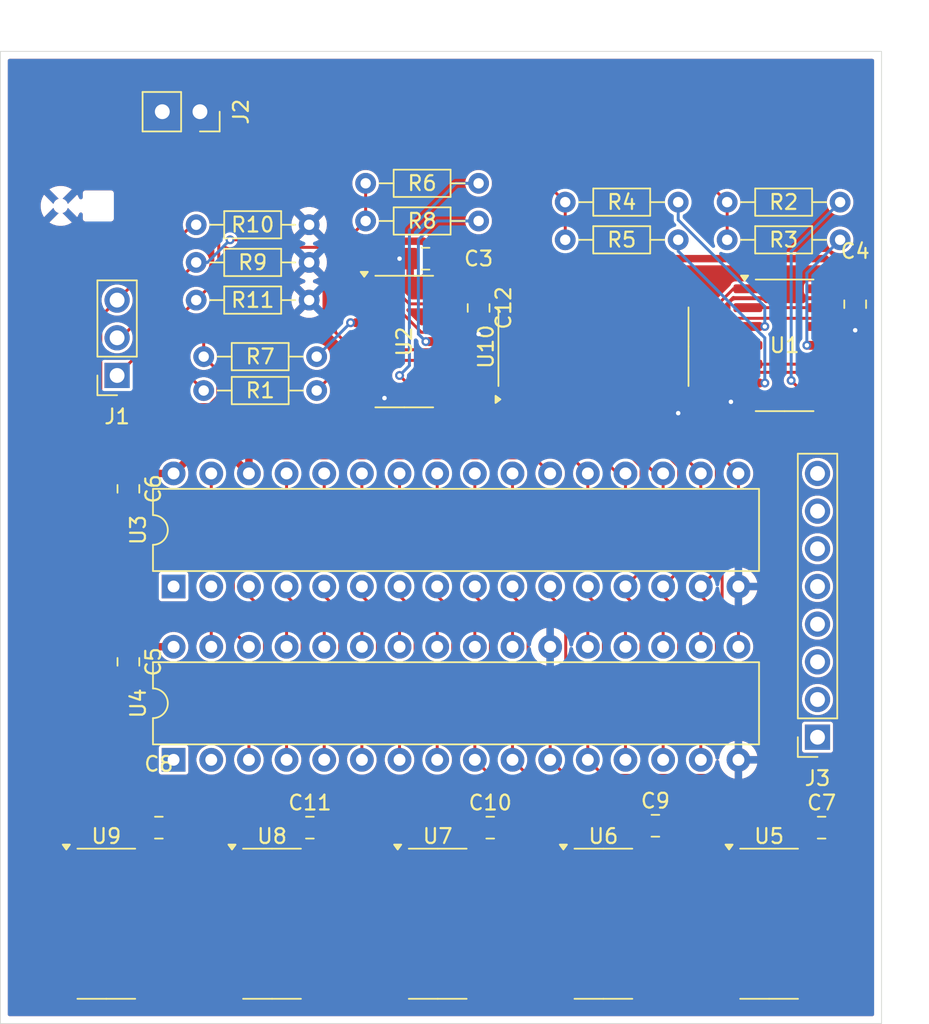
<source format=kicad_pcb>
(kicad_pcb (version 20241229) (generator "pcbnew") (generator_version "9.0")
  (layers (0 "F.Cu" signal) (2 "B.Cu" signal) (13 "F.Paste" user) (15 "B.Paste" user) (5 "F.SilkS" user "F.Silkscreen") (7 "B.SilkS" user "B.Silkscreen") (1 "F.Mask" user) (3 "B.Mask" user) (25 "Edge.Cuts" user))
  (net 0 "")
  (net 1 "GND")
  (net 2 "VCC")
  (net 3 "/G_OUT")
  (net 4 "/B_OUT")
  (net 5 "/R_OUT")
  (net 6 "Net-(R5-Pad1)")
  (net 7 "Net-(R6-Pad1)")
  (net 8 "Net-(R7-Pad1)")
  (net 9 "Net-(R8-Pad1)")
  (net 10 "/PD_1")
  (net 11 "/PD_0")
  (net 12 "/VA_EN")
  (net 13 "/PD_3")
  (net 14 "/PD_2")
  (net 15 "/PD_4")
  (net 16 "/PD_6")
  (net 17 "/PD_5")
  (net 18 "/PD_7")
  (net 21 "/A3")
  (net 22 "/A2")
  (net 23 "/A6")
  (net 24 "/A8")
  (net 25 "/A10")
  (net 26 "/A16")
  (net 27 "/A1")
  (net 28 "/A14")
  (net 29 "/A0")
  (net 30 "/~{OE}")
  (net 31 "/A15")
  (net 32 "/~{WE}")
  (net 33 "/A11")
  (net 34 "/A12")
  (net 35 "/A13")
  (net 36 "/A9")
  (net 37 "/A5")
  (net 38 "/A4")
  (net 39 "/A7")
  (net 42 "/CPU_A1")
  (net 43 "/CPU_A0")
  (net 44 "/DG_A0")
  (net 45 "/DG_A2")
  (net 46 "/CPU_A3")
  (net 47 "/CPU_A2")
  (net 48 "/DG_A3")
  (net 49 "/~{A_FRONT}")
  (net 50 "/DG_A1")
  (net 51 "/DG_A7")
  (net 52 "/DG_A4")
  (net 53 "/CPU_A4")
  (net 54 "/DG_A6")
  (net 55 "/CPU_A7")
  (net 56 "/DG_A5")
  (net 57 "/CPU_A6")
  (net 58 "/CPU_A5")
  (net 59 "/CPU_A11")
  (net 60 "/DG_A8")
  (net 61 "/DG_A11")
  (net 62 "/DG_A9")
  (net 63 "/CPU_A10")
  (net 64 "/DG_A10")
  (net 65 "/CPU_A8")
  (net 66 "/CPU_A9")
  (net 67 "/CPU_A13")
  (net 68 "/CPU_A12")
  (net 69 "/DG_A12")
  (net 70 "/DG_A14")
  (net 71 "/CPU_A14")
  (net 72 "/CPU_A15")
  (net 73 "/DG_A15")
  (net 74 "/DG_A13")
  (net 76 "/DG_A16")
  (net 79 "/CPU_A16")
  (net 80 "/PDB_1")
  (net 81 "/PDB_0")
  (net 82 "/PDB_3")
  (net 83 "/PDB_2")
  (net 84 "/PDB_4")
  (net 85 "/PDB_6")
  (net 86 "/PDB_5")
  (net 87 "/PDB_7")
  (net 88 "/~{PD_L}")
  (net 89 "Net-(R3-Pad1)")
  (net 90 "Net-(R2-Pad1)")
  (net 91 "Net-(R4-Pad1)")
  (net 92 "Net-(R1-Pad1)")
  (footprint "Capacitor_SMD:C_0805_2012Metric_Pad1.18x1.45mm_HandSolder" (layer "F.Cu") (at 86.4085 94.996)
    (property "Reference" "C11")
    (property "Value" "100nF")
  )
  (footprint "Package_SO:SO-16_3.9x9.9mm_P1.27mm" (layer "F.Cu") (at 95.031 101.473)
    (property "Reference" "U7")
    (property "Value" "74LS157")
  )
  (footprint "Capacitor_SMD:C_0805_2012Metric_Pad1.18x1.45mm_HandSolder" (layer "F.Cu") (at 74.168 72.1575 -90)
    (property "Reference" "C6")
    (property "Value" "100nF")
  )
  (footprint "Resistor_THT:R_Axial_DIN0204_L3.6mm_D1.6mm_P7.62mm_Horizontal" (layer "F.Cu") (at 97.79 54.102 180)
    (property "Reference" "R8")
    (property "Value" "R")
  )
  (footprint "Package_SO:SO-16_3.9x9.9mm_P1.27mm" (layer "F.Cu") (at 117.383 101.473)
    (property "Reference" "U5")
    (property "Value" "74LS157")
  )
  (footprint "Resistor_THT:R_Axial_DIN0204_L3.6mm_D1.6mm_P7.62mm_Horizontal" (layer "F.Cu") (at 111.252 52.832 180)
    (property "Reference" "R4")
    (property "Value" "R")
  )
  (footprint "Capacitor_SMD:C_0805_2012Metric_Pad1.18x1.45mm_HandSolder" (layer "F.Cu") (at 120.9255 94.996)
    (property "Reference" "C7")
    (property "Value" "100nF")
  )
  (footprint "Package_SO:SO-14_3.9x8.65mm_P1.27mm" (layer "F.Cu") (at 92.775 62.23)
    (property "Reference" "U2")
    (property "Value" "74LS08")
  )
  (footprint "Capacitor_SMD:C_0805_2012Metric_Pad1.18x1.45mm_HandSolder" (layer "F.Cu") (at 74.168 83.82 -90)
    (property "Reference" "C5")
    (property "Value" "100nF")
  )
  (footprint "Resistor_THT:R_Axial_DIN0204_L3.6mm_D1.6mm_P7.62mm_Horizontal" (layer "F.Cu") (at 86.868 63.246 180)
    (property "Reference" "R7")
    (property "Value" "R")
  )
  (footprint "Package_DIP:DIP-32_W7.62mm" (layer "F.Cu") (at 77.216 78.74 90)
    (property "Reference" "U3")
    (property "Value" "UM61512")
  )
  (footprint "Resistor_THT:R_Axial_DIN0204_L3.6mm_D1.6mm_P7.62mm_Horizontal" (layer "F.Cu") (at 86.36 59.436 180)
    (property "Reference" "R11")
    (property "Value" "R")
  )
  (footprint "Resistor_THT:R_Axial_DIN0204_L3.6mm_D1.6mm_P7.62mm_Horizontal" (layer "F.Cu") (at 97.79 51.562 180)
    (property "Reference" "R6")
    (property "Value" "R")
  )
  (footprint "Resistor_THT:R_Axial_DIN0204_L3.6mm_D1.6mm_P7.62mm_Horizontal" (layer "F.Cu") (at 111.252 55.372 180)
    (property "Reference" "R5")
    (property "Value" "R")
  )
  (footprint "Package_SO:SO-20_5.3x12.6mm_P1.27mm" (layer "F.Cu") (at 105.537 62.5775 90)
    (property "Reference" "U10")
    (property "Value" "74HCT574")
  )
  (footprint "Capacitor_SMD:C_0805_2012Metric_Pad1.18x1.45mm_HandSolder" (layer "F.Cu") (at 94.2125 56.642 180)
    (property "Reference" "C3")
    (property "Value" "100nF")
  )
  (footprint "Package_SO:SO-16_3.9x9.9mm_P1.27mm" (layer "F.Cu") (at 72.679 101.473)
    (property "Reference" "U9")
    (property "Value" "74LS157")
  )
  (footprint "Package_SO:SO-16_3.9x9.9mm_P1.27mm" (layer "F.Cu") (at 83.855 101.473)
    (property "Reference" "U8")
    (property "Value" "74LS157")
  )
  (footprint "Resistor_THT:R_Axial_DIN0204_L3.6mm_D1.6mm_P7.62mm_Horizontal" (layer "F.Cu") (at 122.174 52.832 180)
    (property "Reference" "R2")
    (property "Value" "R")
  )
  (footprint "Package_SO:SO-16_3.9x9.9mm_P1.27mm" (layer "F.Cu") (at 106.207 101.473)
    (property "Reference" "U6")
    (property "Value" "74LS157")
  )
  (footprint "Connector_PinSocket_2.54mm:PinSocket_1x08_P2.54mm_Vertical" (layer "F.Cu") (at 120.65 88.9 180)
    (property "Reference" "J3")
    (property "Value" "Conn_01x08_Socket")
  )
  (footprint "Capacitor_SMD:C_0805_2012Metric_Pad1.18x1.45mm_HandSolder" (layer "F.Cu") (at 109.7145 94.869)
    (property "Reference" "C9")
    (property "Value" "100nF")
  )
  (footprint "Package_DIP:DIP-32_W7.62mm" (layer "F.Cu") (at 77.216 90.424 90)
    (property "Reference" "U4")
    (property "Value" "UM61512")
  )
  (footprint "Connector_PinSocket_2.54mm:PinSocket_1x03_P2.54mm_Vertical" (layer "F.Cu") (at 73.406 64.516 180)
    (property "Reference" "J1")
    (property "Value" "Conn_01x03_Socket")
  )
  (footprint "Capacitor_SMD:C_0805_2012Metric_Pad1.18x1.45mm_HandSolder" (layer "F.Cu") (at 76.2215 94.996)
    (property "Reference" "C8")
    (property "Value" "100nF")
  )
  (footprint "Capacitor_SMD:C_0805_2012Metric_Pad1.18x1.45mm_HandSolder" (layer "F.Cu") (at 97.79 59.9655 -90)
    (property "Reference" "C12")
    (property "Value" "100nF")
  )
  (footprint "Connector_PinSocket_2.54mm:PinSocket_1x02_P2.54mm_Vertical" (layer "F.Cu") (at 78.994 46.736 -90)
    (property "Reference" "J2")
    (property "Value" "Conn_01x02_Socket")
  )
  (footprint "Package_SO:SO-14_3.9x8.65mm_P1.27mm" (layer "F.Cu") (at 118.429 62.484)
    (property "Reference" "U1")
    (property "Value" "74LS08")
  )
  (footprint "Capacitor_SMD:C_0805_2012Metric_Pad1.18x1.45mm_HandSolder" (layer "F.Cu") (at 123.19 59.7115 -90)
    (property "Reference" "C4")
    (property "Value" "100nF")
  )
  (footprint "Capacitor_SMD:C_0805_2012Metric_Pad1.18x1.45mm_HandSolder" (layer "F.Cu") (at 98.5735 94.996)
    (property "Reference" "C10")
    (property "Value" "100nF")
  )
  (footprint "Resistor_THT:R_Axial_DIN0204_L3.6mm_D1.6mm_P7.62mm_Horizontal" (layer "F.Cu") (at 86.36 56.896 180)
    (property "Reference" "R9")
    (property "Value" "R")
  )
  (footprint "Resistor_THT:R_Axial_DIN0204_L3.6mm_D1.6mm_P7.62mm_Horizontal" (layer "F.Cu") (at 86.36 54.356 180)
    (property "Reference" "R10")
    (property "Value" "R")
  )
  (footprint "Resistor_THT:R_Axial_DIN0204_L3.6mm_D1.6mm_P7.62mm_Horizontal" (layer "F.Cu") (at 122.174 55.372 180)
    (property "Reference" "R3")
    (property "Value" "R")
  )
  (footprint "Resistor_THT:R_Axial_DIN0204_L3.6mm_D1.6mm_P7.62mm_Horizontal" (layer "F.Cu") (at 86.868 65.532 180)
    (property "Reference" "R1")
    (property "Value" "R")
  )
  (gr_rect (start 65.532 42.672) (end 124.968 108.204) (stroke (width 0.05)) (fill no) (layer "Edge.Cuts"))
  (segment (start 90.3 66.04) (end 91.44 66.04) (width 0.5) (layer "F.Cu") (net 1))
  (segment (start 111.252 66.04) (end 111.252 67.056) (width 0.5) (layer "F.Cu") (net 1))
  (segment (start 115.954 66.294) (end 114.808 66.294) (width 0.5) (layer "F.Cu") (net 1))
  (segment (start 97.79 61.003) (end 97.79 61.722) (width 0.5) (layer "F.Cu") (net 1))
  (segment (start 123.19 60.749) (end 123.19 61.468) (width 0.5) (layer "F.Cu") (net 1))
  (via (at 111.252 67.056) (size 0.6) (drill 0.3) (layers "F.Cu" "B.Cu") (net 1))
  (via (at 123.19 61.468) (size 0.6) (drill 0.3) (layers "F.Cu" "B.Cu") (net 1))
  (via (at 92.456 56.642) (size 0.6) (drill 0.3) (layers "F.Cu" "B.Cu") (net 1))
  (via (at 114.808 66.294) (size 0.6) (drill 0.3) (layers "F.Cu" "B.Cu") (net 1))
  (via (at 97.79 61.722) (size 0.6) (drill 0.3) (layers "F.Cu" "B.Cu") (net 1))
  (via (at 91.44 66.04) (size 0.6) (drill 0.3) (layers "F.Cu" "B.Cu") (net 1))
  (segment (start 87.511 60.97524) (end 82.296 66.19024) (width 0.5) (layer "F.Cu") (net 2))
  (segment (start 123.19 58.674) (end 120.904 58.674) (width 0.5) (layer "F.Cu") (net 2))
  (segment (start 95.25 56.642) (end 97.79 56.642) (width 0.5) (layer "F.Cu") (net 2))
  (segment (start 121.158 56.642) (end 123.19 58.674) (width 0.5) (layer "F.Cu") (net 2))
  (segment (start 87.511 58.883512) (end 87.511 60.97524) (width 0.5) (layer "F.Cu") (net 2))
  (segment (start 97.79 58.928) (end 97.79 56.642) (width 0.5) (layer "F.Cu") (net 2))
  (segment (start 95.25 56.642) (end 94.074 55.466) (width 0.5) (layer "F.Cu") (net 2))
  (segment (start 82.296 71.12) (end 81.045 69.869) (width 0.5) (layer "F.Cu") (net 2))
  (segment (start 95.25 56.642) (end 95.25 58.42) (width 0.5) (layer "F.Cu") (net 2))
  (segment (start 99.635 58.928) (end 99.822 59.115) (width 0.5) (layer "F.Cu") (net 2))
  (segment (start 74.1895 82.804) (end 74.168 82.7825) (width 0.5) (layer "F.Cu") (net 2))
  (segment (start 78.467 69.869) (end 77.216 71.12) (width 0.5) (layer "F.Cu") (net 2))
  (segment (start 90.928512 55.466) (end 87.511 58.883512) (width 0.5) (layer "F.Cu") (net 2))
  (segment (start 97.79 58.928) (end 99.635 58.928) (width 0.5) (layer "F.Cu") (net 2))
  (segment (start 81.045 69.869) (end 78.467 69.869) (width 0.5) (layer "F.Cu") (net 2))
  (segment (start 94.074 55.466) (end 90.928512 55.466) (width 0.5) (layer "F.Cu") (net 2))
  (segment (start 97.79 56.642) (end 121.158 56.642) (width 0.5) (layer "F.Cu") (net 2))
  (segment (start 77.216 71.12) (end 74.168 71.12) (width 0.5) (layer "F.Cu") (net 2))
  (segment (start 82.296 66.19024) (end 82.296 71.12) (width 0.5) (layer "F.Cu") (net 2))
  (segment (start 77.216 82.804) (end 74.1895 82.804) (width 0.5) (layer "F.Cu") (net 2))
  (segment (start 81.026 55.372) (end 82.55 55.372) (width 0.2) (layer "F.Cu") (net 3))
  (segment (start 100.584 49.784) (end 103.632 52.832) (width 0.2) (layer "F.Cu") (net 3))
  (segment (start 88.138 49.784) (end 100.584 49.784) (width 0.2) (layer "F.Cu") (net 3))
  (segment (start 82.55 55.372) (end 88.138 49.784) (width 0.2) (layer "F.Cu") (net 3))
  (segment (start 78.74 56.896) (end 73.66 61.976) (width 0.2) (layer "F.Cu") (net 3))
  (segment (start 103.632 52.832) (end 103.632 55.372) (width 0.2) (layer "F.Cu") (net 3))
  (segment (start 73.66 61.976) (end 73.406 61.976) (width 0.2) (layer "F.Cu") (net 3))
  (via (at 81.026 55.372) (size 0.6) (drill 0.3) (layers "F.Cu" "B.Cu") (net 3))
  (segment (start 81.026 55.372) (end 79.502 56.896) (width 0.2) (layer "B.Cu") (net 3))
  (segment (start 79.502 56.896) (end 78.74 56.896) (width 0.2) (layer "B.Cu") (net 3))
  (segment (start 73.406 64.516) (end 74.422 63.5) (width 0.2) (layer "F.Cu") (net 4))
  (segment (start 77.216 63.5) (end 77.216 60.96) (width 0.2) (layer "F.Cu") (net 4))
  (segment (start 114.554 52.832) (end 110.744 49.022) (width 0.2) (layer "F.Cu") (net 4))
  (segment (start 80.264 53.086) (end 80.264 57.912) (width 0.2) (layer "F.Cu") (net 4))
  (segment (start 77.216 60.96) (end 78.74 59.436) (width 0.2) (layer "F.Cu") (net 4))
  (segment (start 110.744 49.022) (end 84.328 49.022) (width 0.2) (layer "F.Cu") (net 4))
  (segment (start 74.422 63.5) (end 77.216 63.5) (width 0.2) (layer "F.Cu") (net 4))
  (segment (start 79.248 65.532) (end 77.216 63.5) (width 0.2) (layer "F.Cu") (net 4))
  (segment (start 80.264 57.912) (end 78.74 59.436) (width 0.2) (layer "F.Cu") (net 4))
  (segment (start 114.554 52.832) (end 114.554 55.372) (width 0.2) (layer "F.Cu") (net 4))
  (segment (start 84.328 49.022) (end 80.264 53.086) (width 0.2) (layer "F.Cu") (net 4))
  (segment (start 73.406 59.436) (end 78.486 54.356) (width 0.2) (layer "F.Cu") (net 5))
  (segment (start 80.199 64.197) (end 80.199 65.925918) (width 0.2) (layer "F.Cu") (net 5))
  (segment (start 73.171 66.483) (end 72.305 65.617) (width 0.2) (layer "F.Cu") (net 5))
  (segment (start 79.641918 66.483) (end 73.171 66.483) (width 0.2) (layer "F.Cu") (net 5))
  (segment (start 88.392 55.88) (end 90.17 54.102) (width 0.2) (layer "F.Cu") (net 5))
  (segment (start 80.199 65.925918) (end 79.641918 66.483) (width 0.2) (layer "F.Cu") (net 5))
  (segment (start 79.248 63.246) (end 79.248 61.722) (width 0.2) (layer "F.Cu") (net 5))
  (segment (start 85.09 55.88) (end 88.392 55.88) (width 0.2) (layer "F.Cu") (net 5))
  (segment (start 72.305 65.617) (end 72.305 60.537) (width 0.2) (layer "F.Cu") (net 5))
  (segment (start 72.305 60.537) (end 73.406 59.436) (width 0.2) (layer "F.Cu") (net 5))
  (segment (start 90.17 54.102) (end 90.17 51.562) (width 0.2) (layer "F.Cu") (net 5))
  (segment (start 79.248 63.246) (end 80.199 64.197) (width 0.2) (layer "F.Cu") (net 5))
  (segment (start 78.486 54.356) (end 78.74 54.356) (width 0.2) (layer "F.Cu") (net 5))
  (segment (start 79.248 61.722) (end 85.09 55.88) (width 0.2) (layer "F.Cu") (net 5))
  (segment (start 117.094 65.024) (end 115.954 65.024) (width 0.2) (layer "F.Cu") (net 6))
  (via (at 117.094 65.024) (size 0.6) (drill 0.3) (layers "F.Cu" "B.Cu") (net 6))
  (segment (start 111.252 55.372) (end 111.252 56.134) (width 0.2) (layer "B.Cu") (net 6))
  (segment (start 111.252 56.134) (end 116.543 61.425) (width 0.2) (layer "B.Cu") (net 6))
  (segment (start 117.094 61.976) (end 117.094 65.024) (width 0.2) (layer "B.Cu") (net 6))
  (segment (start 116.865768 61.765) (end 116.883 61.765) (width 0.2) (layer "B.Cu") (net 6))
  (segment (start 116.543 61.425) (end 116.543 61.442232) (width 0.2) (layer "B.Cu") (net 6))
  (segment (start 116.883 61.765) (end 117.094 61.976) (width 0.2) (layer "B.Cu") (net 6))
  (segment (start 116.543 61.442232) (end 116.865768 61.765) (width 0.2) (layer "B.Cu") (net 6))
  (segment (start 93.98 66.04) (end 92.456 64.516) (width 0.2) (layer "F.Cu") (net 7))
  (segment (start 95.25 66.04) (end 93.98 66.04) (width 0.2) (layer "F.Cu") (net 7))
  (via (at 92.456 64.516) (size 0.6) (drill 0.3) (layers "F.Cu" "B.Cu") (net 7))
  (segment (start 93.121 54.707) (end 96.266 51.562) (width 0.2) (layer "B.Cu") (net 7))
  (segment (start 96.266 51.562) (end 97.79 51.562) (width 0.2) (layer "B.Cu") (net 7))
  (segment (start 92.456 64.516) (end 93.121 63.851) (width 0.2) (layer "B.Cu") (net 7))
  (segment (start 93.121 63.851) (end 93.121 54.707) (width 0.2) (layer "B.Cu") (net 7))
  (segment (start 90.3 60.96) (end 89.154 60.96) (width 0.2) (layer "F.Cu") (net 8))
  (via (at 89.154 60.96) (size 0.6) (drill 0.3) (layers "F.Cu" "B.Cu") (net 8))
  (segment (start 89.154 60.96) (end 86.868 63.246) (width 0.2) (layer "B.Cu") (net 8))
  (segment (start 95.25 62.23) (end 94.234 62.23) (width 0.2) (layer "F.Cu") (net 9))
  (via (at 94.234 62.23) (size 0.6) (drill 0.3) (layers "F.Cu" "B.Cu") (net 9))
  (segment (start 94.996 54.102) (end 97.79 54.102) (width 0.2) (layer "B.Cu") (net 9))
  (segment (start 94.234 62.23) (end 93.726 61.722) (width 0.2) (layer "B.Cu") (net 9))
  (segment (start 93.726 61.722) (end 93.726 55.372) (width 0.2) (layer "B.Cu") (net 9))
  (segment (start 93.726 55.372) (end 94.996 54.102) (width 0.2) (layer "B.Cu") (net 9))
  (segment (start 110.236 78.74) (end 110.236 79.367491) (width 0.2) (layer "F.Cu") (net 10))
  (segment (start 111.287 80.418491) (end 111.287 83.82) (width 0.2) (layer "F.Cu") (net 10))
  (segment (start 106.172 66.04) (end 106.172 66.328756) (width 0.2) (layer "F.Cu") (net 10))
  (segment (start 109.690339 69.088) (end 111.287 70.684661) (width 0.2) (layer "F.Cu") (net 10))
  (segment (start 110.236 79.367491) (end 111.287 80.418491) (width 0.2) (layer "F.Cu") (net 10))
  (segment (start 111.287 83.82) (end 110.236 84.871) (width 0.2) (layer "F.Cu") (net 10))
  (segment (start 106.172 66.328756) (end 108.931244 69.088) (width 0.2) (layer "F.Cu") (net 10))
  (segment (start 111.287 77.689) (end 110.236 78.74) (width 0.2) (layer "F.Cu") (net 10))
  (segment (start 108.931244 69.088) (end 109.690339 69.088) (width 0.2) (layer "F.Cu") (net 10))
  (segment (start 110.236 84.871) (end 110.236 90.424) (width 0.2) (layer "F.Cu") (net 10))
  (segment (start 111.287 70.684661) (end 111.287 77.689) (width 0.2) (layer "F.Cu") (net 10))
  (segment (start 108.747 80.418491) (end 108.747 83.82) (width 0.2) (layer "F.Cu") (net 11))
  (segment (start 103.632 66.04) (end 103.632 67.027499) (width 0.2) (layer "F.Cu") (net 11))
  (segment (start 108.747 77.689) (end 107.696 78.74) (width 0.2) (layer "F.Cu") (net 11))
  (segment (start 108.747 70.684661) (end 108.747 77.689) (width 0.2) (layer "F.Cu") (net 11))
  (segment (start 104.168501 67.564) (end 105.626339 67.564) (width 0.2) (layer "F.Cu") (net 11))
  (segment (start 105.626339 67.564) (end 108.747 70.684661) (width 0.2) (layer "F.Cu") (net 11))
  (segment (start 107.696 84.871) (end 107.696 90.424) (width 0.2) (layer "F.Cu") (net 11))
  (segment (start 108.747 83.82) (end 107.696 84.871) (width 0.2) (layer "F.Cu") (net 11))
  (segment (start 103.632 67.027499) (end 104.168501 67.564) (width 0.2) (layer "F.Cu") (net 11))
  (segment (start 107.696 78.74) (end 107.696 79.367491) (width 0.2) (layer "F.Cu") (net 11))
  (segment (start 107.696 79.367491) (end 108.747 80.418491) (width 0.2) (layer "F.Cu") (net 11))
  (segment (start 110.743539 63.902071) (end 97.664185 63.902071) (width 0.2) (layer "F.Cu") (net 12))
  (segment (start 90.023744 63.5) (end 90.3 63.5) (width 0.2) (layer "F.Cu") (net 12))
  (segment (start 88.138 61.614256) (end 90.023744 63.5) (width 0.2) (layer "F.Cu") (net 12))
  (segment (start 122.13 60.893744) (end 121.180256 59.944) (width 0.2) (layer "F.Cu") (net 12))
  (segment (start 89.074 59.438999) (end 89.325001 59.69) (width 0.2) (layer "F.Cu") (net 12))
  (segment (start 89.304744 57.869) (end 89.074 58.099744) (width 0.2) (layer "F.Cu") (net 12))
  (segment (start 122.13 63.036) (end 122.13 60.893744) (width 0.2) (layer "F.Cu") (net 12))
  (segment (start 120.904 63.754) (end 121.412 63.754) (width 0.2) (layer "F.Cu") (net 12))
  (segment (start 122.13 64.005001) (end 122.13 66.758) (width 0.2) (layer "F.Cu") (net 12))
  (segment (start 121.180256 59.944) (end 120.904 59.944) (width 0.2) (layer "F.Cu") (net 12))
  (segment (start 122.13 66.758) (end 121.993 66.895) (width 0.2) (layer "F.Cu") (net 12))
  (segment (start 120.904 63.754) (end 121.878999 63.754) (width 0.2) (layer "F.Cu") (net 12))
  (segment (start 96.245256 65.321) (end 94.254744 65.321) (width 0.2) (layer "F.Cu") (net 12))
  (segment (start 90.3 63.5) (end 95.25 63.5) (width 0.2) (layer "F.Cu") (net 12))
  (segment (start 94.234 63.5) (end 95.25 63.5) (width 0.2) (layer "F.Cu") (net 12))
  (segment (start 121.412 63.754) (end 122.13 63.036) (width 0.2) (layer "F.Cu") (net 12))
  (segment (start 93.116256 59.69) (end 91.295256 57.869) (width 0.2) (layer "F.Cu") (net 12))
  (segment (start 94.254744 65.321) (end 94.024 65.090256) (width 0.2) (layer "F.Cu") (net 12))
  (segment (start 89.325001 59.69) (end 90.3 59.69) (width 0.2) (layer "F.Cu") (net 12))
  (segment (start 89.074 58.099744) (end 89.074 59.438999) (width 0.2) (layer "F.Cu") (net 12))
  (segment (start 121.993 66.895) (end 113.736468 66.895) (width 0.2) (layer "F.Cu") (net 12))
  (segment (start 94.024 63.71) (end 94.234 63.5) (width 0.2) (layer "F.Cu") (net 12))
  (segment (start 121.878999 63.754) (end 122.13 64.005001) (width 0.2) (layer "F.Cu") (net 12))
  (segment (start 94.024 65.090256) (end 94.024 63.71) (width 0.2) (layer "F.Cu") (net 12))
  (segment (start 113.736468 66.895) (end 110.743539 63.902071) (width 0.2) (layer "F.Cu") (net 12))
  (segment (start 120.904 59.944) (end 115.954 59.944) (width 0.2) (layer "F.Cu") (net 12))
  (segment (start 89.154 59.69) (end 88.138 60.706) (width 0.2) (layer "F.Cu") (net 12))
  (segment (start 115.954 63.754) (end 120.904 63.754) (width 0.2) (layer "F.Cu") (net 12))
  (segment (start 88.138 60.706) (end 88.138 61.614256) (width 0.2) (layer "F.Cu") (net 12))
  (segment (start 90.3 59.69) (end 89.154 59.69) (width 0.2) (layer "F.Cu") (net 12))
  (segment (start 95.25 59.69) (end 93.116256 59.69) (width 0.2) (layer "F.Cu") (net 12))
  (segment (start 91.295256 57.869) (end 89.304744 57.869) (width 0.2) (layer "F.Cu") (net 12))
  (segment (start 97.664185 63.902071) (end 96.245256 65.321) (width 0.2) (layer "F.Cu") (net 12))
  (segment (start 115.316 80.772) (end 115.316 82.804) (width 0.2) (layer "F.Cu") (net 13))
  (segment (start 114.215 79.671) (end 115.316 80.772) (width 0.2) (layer "F.Cu") (net 13))
  (segment (start 110.772501 67.818) (end 112.014 67.818) (width 0.2) (layer "F.Cu") (net 13))
  (segment (start 109.982 67.027499) (end 110.772501 67.818) (width 0.2) (layer "F.Cu") (net 13))
  (segment (start 115.316 71.12) (end 115.316 76.708) (width 0.2) (layer "F.Cu") (net 13))
  (segment (start 115.316 76.708) (end 114.215 77.809) (width 0.2) (layer "F.Cu") (net 13))
  (segment (start 109.982 66.04) (end 109.982 67.027499) (width 0.2) (layer "F.Cu") (net 13))
  (segment (start 112.014 67.818) (end 115.316 71.12) (width 0.2) (layer "F.Cu") (net 13))
  (segment (start 114.215 77.809) (end 114.215 79.671) (width 0.2) (layer "F.Cu") (net 13))
  (segment (start 108.712 66.04) (end 108.712 67.671661) (width 0.2) (layer "F.Cu") (net 14))
  (segment (start 108.712 67.671661) (end 109.366339 68.326) (width 0.2) (layer "F.Cu") (net 14))
  (segment (start 113.827 80.418491) (end 113.827 83.82) (width 0.2) (layer "F.Cu") (net 14))
  (segment (start 112.776 84.871) (end 112.776 90.424) (width 0.2) (layer "F.Cu") (net 14))
  (segment (start 109.366339 68.326) (end 111.506 68.326) (width 0.2) (layer "F.Cu") (net 14))
  (segment (start 113.827 77.689) (end 112.776 78.74) (width 0.2) (layer "F.Cu") (net 14))
  (segment (start 112.776 79.367491) (end 113.827 80.418491) (width 0.2) (layer "F.Cu") (net 14))
  (segment (start 113.827 70.647) (end 113.827 77.689) (width 0.2) (layer "F.Cu") (net 14))
  (segment (start 113.827 83.82) (end 112.776 84.871) (width 0.2) (layer "F.Cu") (net 14))
  (segment (start 112.776 78.74) (end 112.776 79.367491) (width 0.2) (layer "F.Cu") (net 14))
  (segment (start 111.506 68.326) (end 113.827 70.647) (width 0.2) (layer "F.Cu") (net 14))
  (segment (start 111.675 79.671) (end 112.776 80.772) (width 0.2) (layer "F.Cu") (net 15))
  (segment (start 109.22095 68.677) (end 107.442 66.89805) (width 0.2) (layer "F.Cu") (net 15))
  (segment (start 111.675 77.809) (end 111.675 79.671) (width 0.2) (layer "F.Cu") (net 15))
  (segment (start 112.776 71.12) (end 110.333 68.677) (width 0.2) (layer "F.Cu") (net 15))
  (segment (start 112.776 71.12) (end 112.776 76.708) (width 0.2) (layer "F.Cu") (net 15))
  (segment (start 112.776 76.708) (end 111.675 77.809) (width 0.2) (layer "F.Cu") (net 15))
  (segment (start 107.442 66.89805) (end 107.442 66.04) (width 0.2) (layer "F.Cu") (net 15))
  (segment (start 112.776 80.772) (end 112.776 82.804) (width 0.2) (layer "F.Cu") (net 15))
  (segment (start 110.333 68.677) (end 109.22095 68.677) (width 0.2) (layer "F.Cu") (net 15))
  (segment (start 107.696 80.772) (end 107.696 82.804) (width 0.2) (layer "F.Cu") (net 16))
  (segment (start 106.595 77.809) (end 106.595 79.671) (width 0.2) (layer "F.Cu") (net 16))
  (segment (start 107.153244 71.12) (end 102.362 66.328756) (width 0.2) (layer "F.Cu") (net 16))
  (segment (start 107.696 76.708) (end 106.595 77.809) (width 0.2) (layer "F.Cu") (net 16))
  (segment (start 106.595 79.671) (end 107.696 80.772) (width 0.2) (layer "F.Cu") (net 16))
  (segment (start 107.696 71.12) (end 107.696 76.708) (width 0.2) (layer "F.Cu") (net 16))
  (segment (start 102.362 66.328756) (end 102.362 66.04) (width 0.2) (layer "F.Cu") (net 16))
  (segment (start 107.696 71.12) (end 107.153244 71.12) (width 0.2) (layer "F.Cu") (net 16))
  (segment (start 104.902 66.328756) (end 104.902 66.04) (width 0.2) (layer "F.Cu") (net 17))
  (segment (start 110.236 80.772) (end 110.236 82.804) (width 0.2) (layer "F.Cu") (net 17))
  (segment (start 110.236 76.708) (end 109.135 77.809) (width 0.2) (layer "F.Cu") (net 17))
  (segment (start 110.236 71.12) (end 109.693244 71.12) (width 0.2) (layer "F.Cu") (net 17))
  (segment (start 110.236 71.12) (end 110.236 76.708) (width 0.2) (layer "F.Cu") (net 17))
  (segment (start 109.693244 71.12) (end 104.902 66.328756) (width 0.2) (layer "F.Cu") (net 17))
  (segment (start 109.135 77.809) (end 109.135 79.671) (width 0.2) (layer "F.Cu") (net 17))
  (segment (start 109.135 79.671) (end 110.236 80.772) (width 0.2) (layer "F.Cu") (net 17))
  (segment (start 105.156 71.12) (end 105.156 76.708) (width 0.2) (layer "F.Cu") (net 18))
  (segment (start 101.092 67.056) (end 105.156 71.12) (width 0.2) (layer "F.Cu") (net 18))
  (segment (start 104.055 77.809) (end 104.055 79.671) (width 0.2) (layer "F.Cu") (net 18))
  (segment (start 105.156 76.708) (end 104.055 77.809) (width 0.2) (layer "F.Cu") (net 18))
  (segment (start 105.156 80.772) (end 105.156 82.804) (width 0.2) (layer "F.Cu") (net 18))
  (segment (start 104.055 79.671) (end 105.156 80.772) (width 0.2) (layer "F.Cu") (net 18))
  (segment (start 101.092 66.04) (end 101.092 67.056) (width 0.2) (layer "F.Cu") (net 18))
  (segment (start 116.84 97.028) (end 116.84 99.680999) (width 0.2) (layer "F.Cu") (net 21))
  (segment (start 99.822 92.71) (end 112.522 92.71) (width 0.2) (layer "F.Cu") (net 21))
  (segment (start 98.587 80.418491) (end 98.587 83.82) (width 0.2) (layer "F.Cu") (net 21))
  (segment (start 97.536 78.74) (end 97.536 79.367491) (width 0.2) (layer "F.Cu") (net 21))
  (segment (start 98.587 83.82) (end 97.536 84.871) (width 0.2) (layer "F.Cu") (net 21))
  (segment (start 97.536 90.424) (end 99.822 92.71) (width 0.2) (layer "F.Cu") (net 21))
  (segment (start 116.84 99.680999) (end 115.682999 100.838) (width 0.2) (layer "F.Cu") (net 21))
  (segment (start 97.536 79.367491) (end 98.587 80.418491) (width 0.2) (layer "F.Cu") (net 21))
  (segment (start 97.536 84.871) (end 97.536 90.424) (width 0.2) (layer "F.Cu") (net 21))
  (segment (start 112.522 92.71) (end 116.84 97.028) (width 0.2) (layer "F.Cu") (net 21))
  (segment (start 115.682999 100.838) (end 114.808 100.838) (width 0.2) (layer "F.Cu") (net 21))
  (segment (start 101.127 80.418491) (end 101.127 83.82) (width 0.2) (layer "F.Cu") (net 22))
  (segment (start 100.076 90.424) (end 101.854 92.202) (width 0.2) (layer "F.Cu") (net 22))
  (segment (start 101.854 92.202) (end 112.522 92.202) (width 0.2) (layer "F.Cu") (net 22))
  (segment (start 115.316 104.14) (end 114.808 104.648) (width 0.2) (layer "F.Cu") (net 22))
  (segment (start 101.127 83.82) (end 100.076 84.871) (width 0.2) (layer "F.Cu") (net 22))
  (segment (start 100.076 84.871) (end 100.076 90.424) (width 0.2) (layer "F.Cu") (net 22))
  (segment (start 100.076 78.74) (end 100.076 79.367491) (width 0.2) (layer "F.Cu") (net 22))
  (segment (start 112.522 92.202) (end 117.348 97.028) (width 0.2) (layer "F.Cu") (net 22))
  (segment (start 115.824 104.14) (end 115.316 104.14) (width 0.2) (layer "F.Cu") (net 22))
  (segment (start 117.348 102.616) (end 115.824 104.14) (width 0.2) (layer "F.Cu") (net 22))
  (segment (start 117.348 97.028) (end 117.348 102.616) (width 0.2) (layer "F.Cu") (net 22))
  (segment (start 100.076 79.367491) (end 101.127 80.418491) (width 0.2) (layer "F.Cu") (net 22))
  (segment (start 89.916 79.367491) (end 90.967 80.418491) (width 0.2) (layer "F.Cu") (net 23))
  (segment (start 89.916 84.871) (end 89.916 90.424) (width 0.2) (layer "F.Cu") (net 23))
  (segment (start 89.916 78.74) (end 89.916 79.367491) (width 0.2) (layer "F.Cu") (net 23))
  (segment (start 90.967 80.418491) (end 90.967 83.82) (width 0.2) (layer "F.Cu") (net 23))
  (segment (start 90.967 83.82) (end 89.916 84.871) (width 0.2) (layer "F.Cu") (net 23))
  (segment (start 89.916 80.772) (end 89.916 82.804) (width 0.2) (layer "F.Cu") (net 24))
  (segment (start 89.916 71.12) (end 89.916 76.708) (width 0.2) (layer "F.Cu") (net 24))
  (segment (start 89.916 76.708) (end 88.815 77.809) (width 0.2) (layer "F.Cu") (net 24))
  (segment (start 88.815 79.671) (end 89.916 80.772) (width 0.2) (layer "F.Cu") (net 24))
  (segment (start 88.815 77.809) (end 88.815 79.671) (width 0.2) (layer "F.Cu") (net 24))
  (segment (start 98.975 77.809) (end 98.975 79.671) (width 0.2) (layer "F.Cu") (net 25))
  (segment (start 98.975 79.671) (end 100.076 80.772) (width 0.2) (layer "F.Cu") (net 25))
  (segment (start 100.076 80.772) (end 100.076 82.804) (width 0.2) (layer "F.Cu") (net 25))
  (segment (start 100.076 76.708) (end 98.975 77.809) (width 0.2) (layer "F.Cu") (net 25))
  (segment (start 100.076 71.12) (end 100.076 76.708) (width 0.2) (layer "F.Cu") (net 25))
  (segment (start 102.616 71.12) (end 101.565 70.069) (width 0.2) (layer "F.Cu") (net 26))
  (segment (start 83.397 76.115) (end 81.245 78.267) (width 0.2) (layer "F.Cu") (net 26))
  (segment (start 81.245 78.267) (end 81.245 81.753) (width 0.2) (layer "F.Cu") (net 26))
  (segment (start 81.245 81.753) (end 82.296 82.804) (width 0.2) (layer "F.Cu") (net 26))
  (segment (start 101.565 70.069) (end 84.194 70.069) (width 0.2) (layer "F.Cu") (net 26))
  (segment (start 83.397 70.866) (end 83.397 76.115) (width 0.2) (layer "F.Cu") (net 26))
  (segment (start 84.194 70.069) (end 83.397 70.866) (width 0.2) (layer "F.Cu") (net 26))
  (segment (start 119.958 105.918) (end 119.083001 105.918) (width 0.2) (layer "F.Cu") (net 27))
  (segment (start 102.616 79.367491) (end 103.667 80.418491) (width 0.2) (layer "F.Cu") (net 27))
  (segment (start 118.013 96.919388) (end 112.919612 91.826) (width 0.2) (layer "F.Cu") (net 27))
  (segment (start 118.013 104.847999) (end 118.013 96.919388) (width 0.2) (layer "F.Cu") (net 27))
  (segment (start 102.616 84.871) (end 102.616 90.424) (width 0.2) (layer "F.Cu") (net 27))
  (segment (start 103.667 80.418491) (end 103.667 83.82) (width 0.2) (layer "F.Cu") (net 27))
  (segment (start 104.018 91.826) (end 102.616 90.424) (width 0.2) (layer "F.Cu") (net 27))
  (segment (start 103.667 83.82) (end 102.616 84.871) (width 0.2) (layer "F.Cu") (net 27))
  (segment (start 119.083001 105.918) (end 118.013 104.847999) (width 0.2) (layer "F.Cu") (net 27))
  (segment (start 112.919612 91.826) (end 104.018 91.826) (width 0.2) (layer "F.Cu") (net 27))
  (segment (start 102.616 78.74) (end 102.616 79.367491) (width 0.2) (layer "F.Cu") (net 27))
  (segment (start 83.347 80.418491) (end 83.347 83.82) (width 0.2) (layer "F.Cu") (net 28))
  (segment (start 82.296 78.74) (end 82.296 79.367491) (width 0.2) (layer "F.Cu") (net 28))
  (segment (start 83.347 83.82) (end 82.296 84.871) (width 0.2) (layer "F.Cu") (net 28))
  (segment (start 82.296 84.871) (end 82.296 90.424) (width 0.2) (layer "F.Cu") (net 28))
  (segment (start 82.296 79.367491) (end 83.347 80.418491) (width 0.2) (layer "F.Cu") (net 28))
  (segment (start 118.364 96.774) (end 113.065 91.475) (width 0.2) (layer "F.Cu") (net 29))
  (segment (start 119.423744 102.108) (end 118.364 101.048256) (width 0.2) (layer "F.Cu") (net 29))
  (segment (start 106.207 80.418491) (end 106.207 83.82) (width 0.2) (layer "F.Cu") (net 29))
  (segment (start 106.207 91.475) (end 105.156 90.424) (width 0.2) (layer "F.Cu") (net 29))
  (segment (start 106.207 83.82) (end 105.156 84.871) (width 0.2) (layer "F.Cu") (net 29))
  (segment (start 118.364 101.048256) (end 118.364 96.774) (width 0.2) (layer "F.Cu") (net 29))
  (segment (start 119.958 102.108) (end 119.423744 102.108) (width 0.2) (layer "F.Cu") (net 29))
  (segment (start 105.156 78.74) (end 105.156 79.367491) (width 0.2) (layer "F.Cu") (net 29))
  (segment (start 105.156 79.367491) (end 106.207 80.418491) (width 0.2) (layer "F.Cu") (net 29))
  (segment (start 105.156 84.871) (end 105.156 90.424) (width 0.2) (layer "F.Cu") (net 29))
  (segment (start 113.065 91.475) (end 106.207 91.475) (width 0.2) (layer "F.Cu") (net 29))
  (segment (start 97.536 80.772) (end 97.536 82.804) (width 0.2) (layer "F.Cu") (net 30))
  (segment (start 97.536 76.708) (end 96.435 77.809) (width 0.2) (layer "F.Cu") (net 30))
  (segment (start 96.435 77.809) (end 96.435 79.671) (width 0.2) (layer "F.Cu") (net 30))
  (segment (start 97.536 71.12) (end 97.536 76.708) (width 0.2) (layer "F.Cu") (net 30))
  (segment (start 96.435 79.671) (end 97.536 80.772) (width 0.2) (layer "F.Cu") (net 30))
  (segment (start 79.756 81.28) (end 79.756 83.312) (width 0.2) (layer "F.Cu") (net 31))
  (segment (start 79.756 77.216) (end 78.655 78.317) (width 0.2) (layer "F.Cu") (net 31))
  (segment (start 78.655 80.179) (end 79.756 81.28) (width 0.2) (layer "F.Cu") (net 31))
  (segment (start 79.756 71.628) (end 79.756 77.216) (width 0.2) (layer "F.Cu") (net 31))
  (segment (start 78.655 78.317) (end 78.655 80.179) (width 0.2) (layer "F.Cu") (net 31))
  (segment (start 84.836 76.708) (end 83.735 77.809) (width 0.2) (layer "F.Cu") (net 32))
  (segment (start 84.836 80.772) (end 84.836 82.804) (width 0.2) (layer "F.Cu") (net 32))
  (segment (start 83.735 77.809) (end 83.735 79.671) (width 0.2) (layer "F.Cu") (net 32))
  (segment (start 84.836 71.12) (end 84.836 76.708) (width 0.2) (layer "F.Cu") (net 32))
  (segment (start 83.735 79.671) (end 84.836 80.772) (width 0.2) (layer "F.Cu") (net 32))
  (segment (start 94.996 80.772) (end 94.996 82.804) (width 0.2) (layer "F.Cu") (net 33))
  (segment (start 94.996 76.708) (end 93.895 77.809) (width 0.2) (layer "F.Cu") (net 33))
  (segment (start 94.996 71.12) (end 94.996 76.708) (width 0.2) (layer "F.Cu") (net 33))
  (segment (start 93.895 77.809) (end 93.895 79.671) (width 0.2) (layer "F.Cu") (net 33))
  (segment (start 93.895 79.671) (end 94.996 80.772) (width 0.2) (layer "F.Cu") (net 33))
  (segment (start 84.836 78.74) (end 84.836 79.367491) (width 0.2) (layer "F.Cu") (net 34))
  (segment (start 84.836 84.871) (end 84.836 90.424) (width 0.2) (layer "F.Cu") (net 34))
  (segment (start 84.836 79.367491) (end 85.887 80.418491) (width 0.2) (layer "F.Cu") (net 34))
  (segment (start 85.887 80.418491) (end 85.887 83.82) (width 0.2) (layer "F.Cu") (net 34))
  (segment (start 85.887 83.82) (end 84.836 84.871) (width 0.2) (layer "F.Cu") (net 34))
  (segment (start 86.275 77.809) (end 86.275 79.671) (width 0.2) (layer "F.Cu") (net 35))
  (segment (start 86.275 79.671) (end 87.376 80.772) (width 0.2) (layer "F.Cu") (net 35))
  (segment (start 87.376 71.12) (end 87.376 76.708) (width 0.2) (layer "F.Cu") (net 35))
  (segment (start 87.376 76.708) (end 86.275 77.809) (width 0.2) (layer "F.Cu") (net 35))
  (segment (start 87.376 80.772) (end 87.376 82.804) (width 0.2) (layer "F.Cu") (net 35))
  (segment (start 91.355 77.809) (end 91.355 79.671) (width 0.2) (layer "F.Cu") (net 36))
  (segment (start 92.456 71.12) (end 92.456 76.708) (width 0.2) (layer "F.Cu") (net 36))
  (segment (start 92.456 76.708) (end 91.355 77.809) (width 0.2) (layer "F.Cu") (net 36))
  (segment (start 91.355 79.671) (end 92.456 80.772) (width 0.2) (layer "F.Cu") (net 36))
  (segment (start 92.456 80.772) (end 92.456 82.804) (width 0.2) (layer "F.Cu") (net 36))
  (segment (start 92.456 79.367491) (end 93.507 80.418491) (width 0.2) (layer "F.Cu") (net 37))
  (segment (start 93.507 80.418491) (end 93.507 83.82) (width 0.2) (layer "F.Cu") (net 37))
  (segment (start 93.507 83.82) (end 92.456 84.871) (width 0.2) (layer "F.Cu") (net 37))
  (segment (start 92.456 78.74) (end 92.456 79.367491) (width 0.2) (layer "F.Cu") (net 37))
  (segment (start 92.456 84.871) (end 92.456 90.424) (width 0.2) (layer "F.Cu") (net 37))
  (segment (start 94.996 78.74) (end 94.996 79.367491) (width 0.2) (layer "F.Cu") (net 38))
  (segment (start 96.047 80.418491) (end 96.047 83.82) (width 0.2) (layer "F.Cu") (net 38))
  (segment (start 94.996 79.367491) (end 96.047 80.418491) (width 0.2) (layer "F.Cu") (net 38))
  (segment (start 94.996 84.871) (end 94.996 90.424) (width 0.2) (layer "F.Cu") (net 38))
  (segment (start 96.047 83.82) (end 94.996 84.871) (width 0.2) (layer "F.Cu") (net 38))
  (segment (start 87.376 78.74) (end 87.376 79.367491) (width 0.2) (layer "F.Cu") (net 39))
  (segment (start 87.376 84.871) (end 87.376 90.424) (width 0.2) (layer "F.Cu") (net 39))
  (segment (start 88.427 83.82) (end 87.376 84.871) (width 0.2) (layer "F.Cu") (net 39))
  (segment (start 87.376 79.367491) (end 88.427 80.418491) (width 0.2) (layer "F.Cu") (net 39))
  (segment (start 88.427 80.418491) (end 88.427 83.82) (width 0.2) (layer "F.Cu") (net 39))
  (segment (start 111.506 62.992) (end 112.819 64.305) (width 0.2) (layer "F.Cu") (net 80))
  (segment (start 109.151532 62.992) (end 111.506 62.992) (width 0.2) (layer "F.Cu") (net 80))
  (segment (start 106.172 59.115) (end 106.172 60.012468) (width 0.2) (layer "F.Cu") (net 80))
  (segment (start 106.172 60.012468) (end 109.151532 62.992) (width 0.2) (layer "F.Cu") (net 80))
  (segment (start 112.819 64.305) (end 120.185 64.305) (width 0.2) (layer "F.Cu") (net 80))
  (segment (start 120.185 64.305) (end 120.904 65.024) (width 0.2) (layer "F.Cu") (net 80))
  (segment (start 100.548499 63.186) (end 97.381563 63.186) (width 0.2) (layer "F.Cu") (net 81))
  (segment (start 103.632 59.115) (end 103.632 60.102499) (width 0.2) (layer "F.Cu") (net 81))
  (segment (start 97.381563 63.186) (end 96.976563 62.781) (width 0.2) (layer "F.Cu") (net 81))
  (segment (start 96.976563 62.781) (end 90.851 62.781) (width 0.2) (layer "F.Cu") (net 81))
  (segment (start 90.851 62.781) (end 90.3 62.23) (width 0.2) (layer "F.Cu") (net 81))
  (segment (start 103.632 60.102499) (end 100.548499 63.186) (width 0.2) (layer "F.Cu") (net 81))
  (segment (start 109.982 59.115) (end 109.982 59.403756) (width 0.2) (layer "F.Cu") (net 82))
  (segment (start 110.931744 60.3535) (end 113.299501 60.3535) (width 0.2) (layer "F.Cu") (net 82))
  (segment (start 109.982 59.403756) (end 110.931744 60.3535) (width 0.2) (layer "F.Cu") (net 82))
  (segment (start 113.299501 60.3535) (end 114.979001 58.674) (width 0.2) (layer "F.Cu") (net 82))
  (segment (start 114.979001 58.674) (end 115.954 58.674) (width 0.2) (layer "F.Cu") (net 82))
  (segment (start 108.712 60.102499) (end 109.503245 60.893744) (width 0.2) (layer "F.Cu") (net 83))
  (segment (start 108.712 59.115) (end 108.712 60.102499) (width 0.2) (layer "F.Cu") (net 83))
  (segment (start 120.353 60.663) (end 120.904 61.214) (width 0.2) (layer "F.Cu") (net 83))
  (segment (start 109.503245 60.893744) (end 114.728 60.893744) (width 0.2) (layer "F.Cu") (net 83))
  (segment (start 114.728 60.893744) (end 114.958744 60.663) (width 0.2) (layer "F.Cu") (net 83))
  (segment (start 114.958744 60.663) (end 120.353 60.663) (width 0.2) (layer "F.Cu") (net 83))
  (segment (start 107.442 59.115) (end 107.442 60.102499) (width 0.2) (layer "F.Cu") (net 84))
  (segment (start 113.03 61.468) (end 114.046 62.484) (width 0.2) (layer "F.Cu") (net 84))
  (segment (start 114.046 62.484) (end 115.954 62.484) (width 0.2) (layer "F.Cu") (net 84))
  (segment (start 107.442 60.102499) (end 108.807501 61.468) (width 0.2) (layer "F.Cu") (net 84))
  (segment (start 108.807501 61.468) (end 113.03 61.468) (width 0.2) (layer "F.Cu") (net 84))
  (segment (start 90.3 58.42) (end 90.746768 58.42) (width 0.2) (layer "F.Cu") (net 85))
  (segment (start 102.362 59.403756) (end 102.362 59.115) (width 0.2) (layer "F.Cu") (net 85))
  (segment (start 98.930756 62.835) (end 102.362 59.403756) (width 0.2) (layer "F.Cu") (net 85))
  (segment (start 97.526952 62.835) (end 98.930756 62.835) (width 0.2) (layer "F.Cu") (net 85))
  (segment (start 90.746768 58.42) (end 93.930156 61.603388) (width 0.2) (layer "F.Cu") (net 85))
  (segment (start 96.29534 61.603388) (end 97.526952 62.835) (width 0.2) (layer "F.Cu") (net 85))
  (segment (start 93.930156 61.603388) (end 96.29534 61.603388) (width 0.2) (layer "F.Cu") (net 85))
  (segment (start 95.25 64.77) (end 96.224999 64.77) (width 0.2) (layer "F.Cu") (net 86))
  (segment (start 104.902 60.102499) (end 104.902 59.115) (width 0.2) (layer "F.Cu") (net 86))
  (segment (start 101.467499 63.537) (end 104.902 60.102499) (width 0.2) (layer "F.Cu") (net 86))
  (segment (start 97.457999 63.537) (end 101.467499 63.537) (width 0.2) (layer "F.Cu") (net 86))
  (segment (start 96.224999 64.77) (end 97.457999 63.537) (width 0.2) (layer "F.Cu") (net 86))
  (segment (start 95.25 60.96) (end 96.14834 60.96) (width 0.2) (layer "F.Cu") (net 87))
  (segment (start 96.14834 60.96) (end 97.67234 62.484) (width 0.2) (layer "F.Cu") (net 87))
  (segment (start 97.67234 62.484) (end 98.710499 62.484) (width 0.2) (layer "F.Cu") (net 87))
  (segment (start 101.092 60.102499) (end 101.092 59.115) (width 0.2) (layer "F.Cu") (net 87))
  (segment (start 98.710499 62.484) (end 101.092 60.102499) (width 0.2) (layer "F.Cu") (net 87))
  (via (at 119.93 62.484) (size 0.6) (drill 0.3) (layers "F.Cu" "B.Cu") (net 89))
  (segment (start 122.174 55.372) (end 119.93 57.616) (width 0.2) (layer "B.Cu") (net 89))
  (segment (start 119.93 57.616) (end 119.93 62.484) (width 0.2) (layer "B.Cu") (net 89))
  (segment (start 120.226 66.209) (end 120.819 66.209) (width 0.2) (layer "F.Cu") (net 90))
  (segment (start 120.819 66.209) (end 120.904 66.294) (width 0.2) (layer "F.Cu") (net 90))
  (segment (start 118.872 64.855) (end 120.226 66.209) (width 0.2) (layer "F.Cu") (net 90))
  (via (at 118.872 64.855) (size 0.6) (drill 0.3) (layers "F.Cu" "B.Cu") (net 90))
  (segment (start 118.872 56.134) (end 122.174 52.832) (width 0.2) (layer "B.Cu") (net 90))
  (segment (start 118.872 64.855) (end 118.872 56.134) (width 0.2) (layer "B.Cu") (net 90))
  (segment (start 117.094 61.214) (end 115.954 61.214) (width 0.2) (layer "F.Cu") (net 91))
  (via (at 117.094 61.214) (size 0.6) (drill 0.3) (layers "F.Cu" "B.Cu") (net 91))
  (segment (start 111.252 54.027082) (end 111.252 52.832) (width 0.2) (layer "B.Cu") (net 91))
  (segment (start 117.094 61.214) (end 117.094 59.869082) (width 0.2) (layer "B.Cu") (net 91))
  (segment (start 117.094 59.869082) (end 111.252 54.027082) (width 0.2) (layer "B.Cu") (net 91))
  (segment (start 87.63 64.77) (end 90.3 64.77) (width 0.2) (layer "F.Cu") (net 92))
  (segment (start 86.868 65.532) (end 87.63 64.77) (width 0.2) (layer "F.Cu") (net 92))
  (zone (net 1) (net_name "GND") (layers "F.Cu" "B.Cu") (connect_pads (clearance 0.125)) (min_thickness 0.25) (fill yes (thermal_gap 0.5) (thermal_bridge_width 0.5))
    (polygon (pts (xy 65.532 42.672) (xy 124.968 42.672) (xy 124.968 108.204) (xy 65.532 108.204)))
  )
)
</source>
